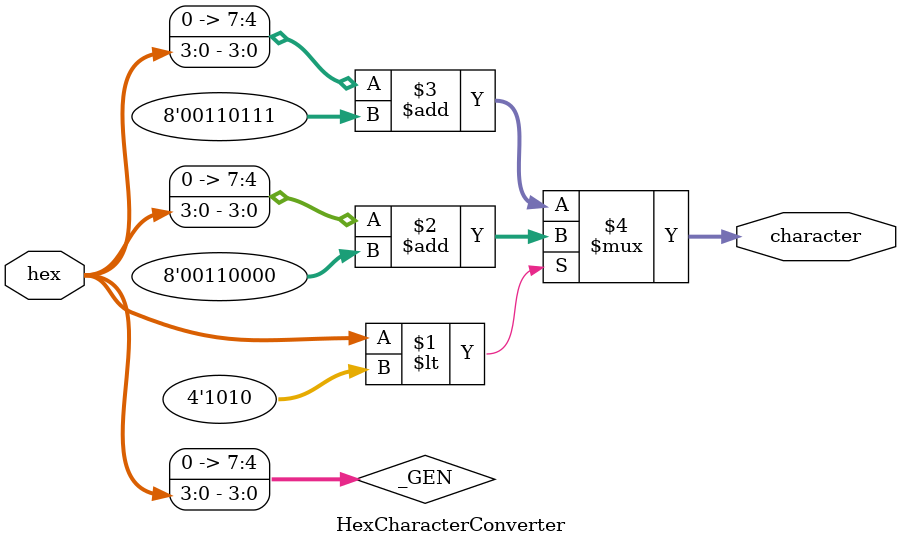
<source format=v>
module HexCharacterConverter(	// file.cleaned.mlir:2:3
  input  [3:0] hex,	// file.cleaned.mlir:2:39
  output [7:0] character	// file.cleaned.mlir:2:54
);

  wire [7:0] _GEN = {4'h0, hex};	// file.cleaned.mlir:5:14, :8:10
  assign character = hex < 4'hA ? _GEN + 8'h30 : _GEN + 8'h37;	// file.cleaned.mlir:3:15, :4:15, :6:15, :7:10, :8:10, :9:10, :10:10, :11:10, :12:5
endmodule


</source>
